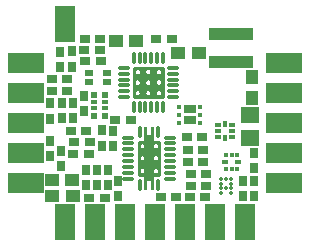
<source format=gts>
G04 DipTrace 2.4.0.2*
%INQiUSBCharger.gts*%
%MOMM*%
%ADD10C,0.25*%
%ADD46R,3.7X0.98*%
%ADD58C,0.165*%
%ADD68C,0.35*%
%ADD80R,0.5X0.3*%
%ADD81R,0.3X0.45*%
%ADD82R,0.3X0.55*%
%ADD86O,1.05X0.33*%
%ADD87O,0.33X1.05*%
%ADD88R,1.0X0.663*%
%ADD89R,0.375X0.35*%
%ADD90R,1.55X1.35*%
%ADD91R,0.75X0.5*%
%ADD92R,0.55X0.3*%
%ADD93R,0.55X0.575*%
%ADD94R,2.05X1.75*%
%ADD96R,1.05X1.15*%
%ADD97R,0.95X0.75*%
%ADD98R,1.15X1.05*%
%ADD99R,0.75X0.95*%
%ADD100R,2.082X1.75*%
%ADD101R,1.65X1.75*%
%ADD102R,1.75X2.05*%
%ADD103R,1.75X1.65*%
%FSLAX53Y53*%
G04*
G71*
G90*
G75*
G01*
%LNTopMask*%
%LPD*%
D103*
X13810Y11270D3*
D102*
Y10000D3*
D101*
X31590Y18890D3*
Y21430D3*
D100*
X32860Y18890D3*
Y21430D3*
D103*
X23970Y11270D3*
D102*
Y10000D3*
D99*
X13542Y20595D3*
Y19295D3*
D98*
X14477Y12732D3*
X12777D3*
X14455Y14071D3*
X12755D3*
D97*
X24477Y14598D3*
X25777D3*
X24489Y13568D3*
X25789D3*
D99*
X12548Y20568D3*
Y19268D3*
D97*
X24212Y16639D3*
X25512D3*
X23225Y12648D3*
X21925D3*
D99*
X14519Y20624D3*
Y19324D3*
X17452Y14912D3*
Y13612D3*
X18358Y12677D3*
Y13977D3*
D97*
X17198Y12559D3*
X15898D3*
D99*
X15612Y14950D3*
Y13650D3*
X16524Y14926D3*
Y13626D3*
D97*
X24232Y15577D3*
X25532D3*
X22870Y26015D3*
X21570D3*
X24381Y12646D3*
X25681D3*
D98*
X25143Y24798D3*
X23443D3*
D97*
X16777Y25053D3*
X15477D3*
D98*
X19876Y25856D3*
X18176D3*
D97*
X14640Y17282D3*
X15940D3*
D99*
X16952Y16958D3*
Y18258D3*
D96*
X29669Y22745D3*
Y21045D3*
D99*
X29859Y16373D3*
Y15073D3*
X29845Y12685D3*
Y13985D3*
X13479Y16525D3*
Y15225D3*
D97*
X14009Y22635D3*
X12709D3*
X13998Y21637D3*
X12698D3*
D103*
X16350Y11270D3*
D102*
Y10000D3*
D103*
X26510Y11270D3*
D102*
Y10000D3*
D46*
X27893Y24021D3*
Y26391D3*
D101*
X11270Y21430D3*
D94*
X10000D3*
D101*
X31590Y16350D3*
D94*
X32860D3*
D103*
X21430Y11270D3*
D102*
Y10000D3*
D101*
X11270Y18890D3*
Y16350D3*
D100*
X10000Y18890D3*
Y16350D3*
D99*
X12563Y17407D3*
Y16107D3*
D97*
X24179Y17701D3*
X25479D3*
D99*
X15473Y21169D3*
Y19869D3*
X17887Y18238D3*
Y16938D3*
D97*
X15609Y18250D3*
X14309D3*
X15837Y16303D3*
X14537D3*
X16807Y25996D3*
X15507D3*
D93*
X16313Y21273D3*
D92*
Y20633D3*
Y20133D3*
D93*
Y19498D3*
X17213D3*
D92*
Y20133D3*
Y20633D3*
D93*
Y21273D3*
D91*
X15865Y23164D3*
Y22364D3*
X17365D3*
Y23164D3*
D97*
X15554Y24102D3*
X16854D3*
D99*
X14432Y24948D3*
Y23648D3*
X28940Y12686D3*
Y13986D3*
D90*
X29479Y17658D3*
Y19558D3*
D101*
X11270Y13810D3*
D94*
X10000D3*
D101*
X31590Y23970D3*
D94*
X32860D3*
D101*
X11270D3*
D94*
X10000D3*
D101*
X31590Y13810D3*
D94*
X32860D3*
D103*
X13810Y26510D3*
D102*
Y27780D3*
D103*
X29050Y11270D3*
D102*
Y10000D3*
D97*
X19386Y19148D3*
X18086D3*
D99*
X13413Y23593D3*
Y24893D3*
D89*
X23474Y20227D3*
Y19577D3*
Y18927D3*
X25304D3*
Y19577D3*
Y20227D3*
D88*
X24389Y20043D3*
Y19111D3*
G36*
X21113Y17861D2*
X21383D1*
Y18581D1*
X21113D1*
Y17861D1*
G37*
G36*
X20544Y13241D2*
X20814D1*
Y13961D1*
X20544D1*
Y13241D1*
G37*
G36*
X21113D2*
X21383D1*
Y13961D1*
X21113D1*
Y13241D1*
G37*
X20117Y16924D2*
D58*
X20118Y16943D1*
X20120Y16961D1*
X20123Y16979D1*
X20128Y16997D1*
X20134Y17015D1*
X20142Y17032D1*
X20150Y17049D1*
X20160Y17065D1*
X20171Y17081D1*
X20183Y17095D1*
X20196Y17109D1*
X20210Y17122D1*
X20225Y17134D1*
X20240Y17145D1*
X20257Y17155D1*
X20274Y17163D1*
X20292Y17171D1*
X20310Y17177D1*
X20329Y17182D1*
X20348Y17186D1*
X20367Y17189D1*
X20387Y17190D1*
X20406D1*
X20426Y17189D1*
X20445Y17186D1*
X20464Y17182D1*
X20483Y17177D1*
X20501Y17171D1*
X20519Y17163D1*
X20536Y17155D1*
X20553Y17145D1*
X20569Y17134D1*
X20583Y17122D1*
X20597Y17109D1*
X20610Y17095D1*
X20622Y17081D1*
X20633Y17065D1*
X20643Y17049D1*
X20652Y17032D1*
X20659Y17015D1*
X20665Y16997D1*
X20670Y16979D1*
X20673Y16961D1*
X20675Y16943D1*
X20676Y16924D1*
X20675Y16905D1*
X20673Y16887D1*
X20670Y16869D1*
X20665Y16851D1*
X20659Y16833D1*
X20652Y16816D1*
X20643Y16799D1*
X20633Y16783D1*
X20622Y16767D1*
X20610Y16753D1*
X20597Y16739D1*
X20583Y16726D1*
X20569Y16714D1*
X20553Y16703D1*
X20536Y16693D1*
X20519Y16685D1*
X20501Y16677D1*
X20483Y16671D1*
X20464Y16665D1*
X20445Y16662D1*
X20426Y16659D1*
X20406Y16658D1*
X20387D1*
X20367Y16659D1*
X20348Y16662D1*
X20329Y16665D1*
X20310Y16671D1*
X20292Y16677D1*
X20274Y16685D1*
X20257Y16693D1*
X20240Y16703D1*
X20225Y16714D1*
X20210Y16726D1*
X20196Y16739D1*
X20183Y16753D1*
X20171Y16767D1*
X20160Y16783D1*
X20150Y16799D1*
X20142Y16816D1*
X20134Y16833D1*
X20128Y16851D1*
X20123Y16869D1*
X20120Y16887D1*
X20118Y16905D1*
X20117Y16924D1*
X21258D2*
Y16943D1*
X21260Y16961D1*
X21264Y16979D1*
X21268Y16997D1*
X21275Y17015D1*
X21282Y17032D1*
X21290Y17049D1*
X21300Y17065D1*
X21311Y17081D1*
X21323Y17095D1*
X21336Y17109D1*
X21350Y17122D1*
X21365Y17134D1*
X21381Y17145D1*
X21397Y17155D1*
X21414Y17163D1*
X21432Y17171D1*
X21451Y17177D1*
X21469Y17182D1*
X21488Y17186D1*
X21508Y17189D1*
X21527Y17190D1*
X21547D1*
X21566Y17189D1*
X21585Y17186D1*
X21604Y17182D1*
X21623Y17177D1*
X21641Y17171D1*
X21659Y17163D1*
X21677Y17155D1*
X21693Y17145D1*
X21709Y17134D1*
X21724Y17122D1*
X21738Y17109D1*
X21751Y17095D1*
X21763Y17081D1*
X21774Y17065D1*
X21783Y17049D1*
X21792Y17032D1*
X21799Y17015D1*
X21805Y16997D1*
X21810Y16979D1*
X21813Y16961D1*
X21815Y16943D1*
X21816Y16924D1*
X21815Y16905D1*
X21813Y16887D1*
X21810Y16869D1*
X21805Y16851D1*
X21799Y16833D1*
X21792Y16816D1*
X21783Y16799D1*
X21774Y16783D1*
X21763Y16767D1*
X21751Y16753D1*
X21738Y16739D1*
X21724Y16726D1*
X21709Y16714D1*
X21693Y16703D1*
X21677Y16693D1*
X21659Y16685D1*
X21641Y16677D1*
X21623Y16671D1*
X21604Y16665D1*
X21585Y16662D1*
X21566Y16659D1*
X21547Y16658D1*
X21527D1*
X21508Y16659D1*
X21488Y16662D1*
X21469Y16665D1*
X21451Y16671D1*
X21432Y16677D1*
X21414Y16685D1*
X21397Y16693D1*
X21381Y16703D1*
X21365Y16714D1*
X21350Y16726D1*
X21336Y16739D1*
X21323Y16753D1*
X21311Y16767D1*
X21300Y16783D1*
X21290Y16799D1*
X21282Y16816D1*
X21275Y16833D1*
X21268Y16851D1*
X21264Y16869D1*
X21260Y16887D1*
X21258Y16905D1*
Y16924D1*
X20063Y14501D2*
D10*
X21833D1*
Y17321D1*
X20063D1*
Y14501D1*
G36*
X20544Y13961D2*
X21383D1*
Y17861D1*
X20544D1*
Y13961D1*
G37*
G36*
Y17861D2*
X20814D1*
Y18581D1*
X20544D1*
Y17861D1*
G37*
G36*
X20023Y16151D2*
X21894D1*
Y16668D1*
X20023D1*
Y16151D1*
G37*
X20117Y15904D2*
D58*
X20118Y15923D1*
X20120Y15941D1*
X20123Y15959D1*
X20128Y15977D1*
X20134Y15995D1*
X20142Y16012D1*
X20150Y16029D1*
X20160Y16045D1*
X20171Y16061D1*
X20183Y16075D1*
X20196Y16089D1*
X20210Y16102D1*
X20225Y16114D1*
X20240Y16125D1*
X20257Y16135D1*
X20274Y16143D1*
X20292Y16151D1*
X20310Y16157D1*
X20329Y16162D1*
X20348Y16166D1*
X20367Y16169D1*
X20387Y16170D1*
X20406D1*
X20426Y16169D1*
X20445Y16166D1*
X20464Y16162D1*
X20483Y16157D1*
X20501Y16151D1*
X20519Y16143D1*
X20536Y16135D1*
X20553Y16125D1*
X20569Y16114D1*
X20583Y16102D1*
X20597Y16089D1*
X20610Y16075D1*
X20622Y16061D1*
X20633Y16045D1*
X20643Y16029D1*
X20652Y16012D1*
X20659Y15995D1*
X20665Y15977D1*
X20670Y15959D1*
X20673Y15941D1*
X20675Y15923D1*
X20676Y15904D1*
X20675Y15885D1*
X20673Y15867D1*
X20670Y15849D1*
X20665Y15831D1*
X20659Y15813D1*
X20652Y15796D1*
X20643Y15779D1*
X20633Y15763D1*
X20622Y15747D1*
X20610Y15733D1*
X20597Y15719D1*
X20583Y15706D1*
X20569Y15694D1*
X20553Y15683D1*
X20536Y15673D1*
X20519Y15664D1*
X20501Y15657D1*
X20483Y15651D1*
X20464Y15645D1*
X20445Y15642D1*
X20426Y15639D1*
X20406Y15638D1*
X20387D1*
X20367Y15639D1*
X20348Y15642D1*
X20329Y15645D1*
X20310Y15651D1*
X20292Y15657D1*
X20274Y15664D1*
X20257Y15673D1*
X20240Y15683D1*
X20225Y15694D1*
X20210Y15706D1*
X20196Y15719D1*
X20183Y15733D1*
X20171Y15747D1*
X20160Y15763D1*
X20150Y15779D1*
X20142Y15796D1*
X20134Y15813D1*
X20128Y15831D1*
X20123Y15849D1*
X20120Y15867D1*
X20118Y15885D1*
X20117Y15904D1*
X21258D2*
Y15923D1*
X21260Y15941D1*
X21264Y15959D1*
X21268Y15977D1*
X21275Y15995D1*
X21282Y16012D1*
X21290Y16029D1*
X21300Y16045D1*
X21311Y16061D1*
X21323Y16075D1*
X21336Y16089D1*
X21350Y16102D1*
X21365Y16114D1*
X21381Y16125D1*
X21397Y16135D1*
X21414Y16143D1*
X21432Y16151D1*
X21451Y16157D1*
X21469Y16162D1*
X21488Y16166D1*
X21508Y16169D1*
X21527Y16170D1*
X21547D1*
X21566Y16169D1*
X21585Y16166D1*
X21604Y16162D1*
X21623Y16157D1*
X21641Y16151D1*
X21659Y16143D1*
X21677Y16135D1*
X21693Y16125D1*
X21709Y16114D1*
X21724Y16102D1*
X21738Y16089D1*
X21751Y16075D1*
X21763Y16061D1*
X21774Y16045D1*
X21783Y16029D1*
X21792Y16012D1*
X21799Y15995D1*
X21805Y15977D1*
X21810Y15959D1*
X21813Y15941D1*
X21815Y15923D1*
X21816Y15904D1*
X21815Y15885D1*
X21813Y15867D1*
X21810Y15849D1*
X21805Y15831D1*
X21799Y15813D1*
X21792Y15796D1*
X21783Y15779D1*
X21774Y15763D1*
X21763Y15747D1*
X21751Y15733D1*
X21738Y15719D1*
X21724Y15706D1*
X21709Y15694D1*
X21693Y15683D1*
X21677Y15673D1*
X21659Y15664D1*
X21641Y15657D1*
X21623Y15651D1*
X21604Y15645D1*
X21585Y15642D1*
X21566Y15639D1*
X21547Y15638D1*
X21527D1*
X21508Y15639D1*
X21488Y15642D1*
X21469Y15645D1*
X21451Y15651D1*
X21432Y15657D1*
X21414Y15664D1*
X21397Y15673D1*
X21381Y15683D1*
X21365Y15694D1*
X21350Y15706D1*
X21336Y15719D1*
X21323Y15733D1*
X21311Y15747D1*
X21300Y15763D1*
X21290Y15779D1*
X21282Y15796D1*
X21275Y15813D1*
X21268Y15831D1*
X21264Y15849D1*
X21260Y15867D1*
X21258Y15885D1*
Y15904D1*
Y14854D2*
Y14873D1*
X21260Y14891D1*
X21264Y14909D1*
X21268Y14928D1*
X21275Y14945D1*
X21282Y14962D1*
X21290Y14979D1*
X21300Y14995D1*
X21311Y15011D1*
X21323Y15025D1*
X21336Y15039D1*
X21350Y15052D1*
X21365Y15064D1*
X21381Y15075D1*
X21397Y15085D1*
X21414Y15094D1*
X21432Y15101D1*
X21451Y15108D1*
X21469Y15113D1*
X21488Y15117D1*
X21508Y15119D1*
X21527Y15121D1*
X21547D1*
X21566Y15119D1*
X21585Y15117D1*
X21604Y15113D1*
X21623Y15108D1*
X21641Y15101D1*
X21659Y15094D1*
X21677Y15085D1*
X21693Y15075D1*
X21709Y15064D1*
X21724Y15052D1*
X21738Y15039D1*
X21751Y15025D1*
X21763Y15011D1*
X21774Y14995D1*
X21783Y14979D1*
X21792Y14962D1*
X21799Y14945D1*
X21805Y14928D1*
X21810Y14909D1*
X21813Y14891D1*
X21815Y14873D1*
X21816Y14854D1*
X21815Y14835D1*
X21813Y14817D1*
X21810Y14799D1*
X21805Y14780D1*
X21799Y14763D1*
X21792Y14746D1*
X21783Y14729D1*
X21774Y14713D1*
X21763Y14697D1*
X21751Y14683D1*
X21738Y14669D1*
X21724Y14656D1*
X21709Y14644D1*
X21693Y14633D1*
X21677Y14623D1*
X21659Y14614D1*
X21641Y14607D1*
X21623Y14600D1*
X21604Y14595D1*
X21585Y14591D1*
X21566Y14589D1*
X21547Y14587D1*
X21527D1*
X21508Y14589D1*
X21488Y14591D1*
X21469Y14595D1*
X21451Y14600D1*
X21432Y14607D1*
X21414Y14614D1*
X21397Y14623D1*
X21381Y14633D1*
X21365Y14644D1*
X21350Y14656D1*
X21336Y14669D1*
X21323Y14683D1*
X21311Y14697D1*
X21300Y14713D1*
X21290Y14729D1*
X21282Y14746D1*
X21275Y14763D1*
X21268Y14780D1*
X21264Y14799D1*
X21260Y14817D1*
X21258Y14835D1*
Y14854D1*
X20117D2*
X20118Y14873D1*
X20120Y14891D1*
X20123Y14909D1*
X20128Y14928D1*
X20134Y14945D1*
X20142Y14962D1*
X20150Y14979D1*
X20160Y14995D1*
X20171Y15011D1*
X20183Y15025D1*
X20196Y15039D1*
X20210Y15052D1*
X20225Y15064D1*
X20240Y15075D1*
X20257Y15085D1*
X20274Y15094D1*
X20292Y15101D1*
X20310Y15108D1*
X20329Y15113D1*
X20348Y15117D1*
X20367Y15119D1*
X20387Y15121D1*
X20406D1*
X20426Y15119D1*
X20445Y15117D1*
X20464Y15113D1*
X20483Y15108D1*
X20501Y15101D1*
X20519Y15094D1*
X20536Y15085D1*
X20553Y15075D1*
X20569Y15064D1*
X20583Y15052D1*
X20597Y15039D1*
X20610Y15025D1*
X20622Y15011D1*
X20633Y14995D1*
X20643Y14979D1*
X20652Y14962D1*
X20659Y14945D1*
X20665Y14928D1*
X20670Y14909D1*
X20673Y14891D1*
X20675Y14873D1*
X20676Y14854D1*
X20675Y14835D1*
X20673Y14817D1*
X20670Y14799D1*
X20665Y14780D1*
X20659Y14763D1*
X20652Y14746D1*
X20643Y14729D1*
X20633Y14713D1*
X20622Y14697D1*
X20610Y14683D1*
X20597Y14669D1*
X20583Y14656D1*
X20569Y14644D1*
X20553Y14633D1*
X20536Y14623D1*
X20519Y14614D1*
X20501Y14607D1*
X20483Y14600D1*
X20464Y14595D1*
X20445Y14591D1*
X20426Y14589D1*
X20406Y14587D1*
X20387D1*
X20367Y14589D1*
X20348Y14591D1*
X20329Y14595D1*
X20310Y14600D1*
X20292Y14607D1*
X20274Y14614D1*
X20257Y14623D1*
X20240Y14633D1*
X20225Y14644D1*
X20210Y14656D1*
X20196Y14669D1*
X20183Y14683D1*
X20171Y14697D1*
X20160Y14713D1*
X20150Y14729D1*
X20142Y14746D1*
X20134Y14763D1*
X20128Y14780D1*
X20123Y14799D1*
X20120Y14817D1*
X20118Y14835D1*
X20117Y14854D1*
G36*
X20053Y15131D2*
X21923D1*
Y15648D1*
X20053D1*
Y15131D1*
G37*
D87*
X21713Y13661D3*
X20213D3*
D86*
X19213Y14161D3*
Y14661D3*
Y15161D3*
Y15661D3*
Y16161D3*
Y16661D3*
Y17161D3*
Y17661D3*
D87*
X20213Y18161D3*
X21713D3*
D86*
X22713Y17661D3*
Y17161D3*
Y16661D3*
Y16161D3*
Y15661D3*
Y15161D3*
Y14661D3*
Y14161D3*
X20628Y23220D2*
D58*
Y23240D1*
X20630Y23259D1*
X20633Y23278D1*
X20638Y23297D1*
X20644Y23316D1*
X20651Y23334D1*
X20659Y23352D1*
X20668Y23368D1*
X20678Y23385D1*
X20690Y23400D1*
X20702Y23414D1*
X20716Y23428D1*
X20730Y23441D1*
X20745Y23452D1*
X20761Y23462D1*
X20777Y23472D1*
X20794Y23479D1*
X20812Y23486D1*
X20830Y23491D1*
X20848Y23496D1*
X20866Y23498D1*
X20885Y23500D1*
X20903D1*
X20922Y23498D1*
X20940Y23496D1*
X20959Y23491D1*
X20977Y23486D1*
X20994Y23479D1*
X21011Y23472D1*
X21027Y23462D1*
X21043Y23452D1*
X21058Y23441D1*
X21073Y23428D1*
X21086Y23414D1*
X21098Y23400D1*
X21110Y23385D1*
X21120Y23368D1*
X21130Y23352D1*
X21138Y23334D1*
X21145Y23316D1*
X21150Y23297D1*
X21155Y23278D1*
X21158Y23259D1*
X21160Y23240D1*
X21161Y23220D1*
X21160Y23201D1*
X21158Y23181D1*
X21155Y23162D1*
X21150Y23143D1*
X21145Y23125D1*
X21138Y23107D1*
X21130Y23089D1*
X21120Y23072D1*
X21110Y23056D1*
X21098Y23041D1*
X21086Y23026D1*
X21073Y23013D1*
X21058Y23000D1*
X21043Y22989D1*
X21027Y22978D1*
X21011Y22969D1*
X20994Y22961D1*
X20977Y22955D1*
X20959Y22949D1*
X20940Y22945D1*
X20922Y22942D1*
X20903Y22941D1*
X20885D1*
X20866Y22942D1*
X20848Y22945D1*
X20830Y22949D1*
X20812Y22955D1*
X20794Y22961D1*
X20777Y22969D1*
X20761Y22978D1*
X20745Y22989D1*
X20730Y23000D1*
X20716Y23013D1*
X20702Y23026D1*
X20690Y23041D1*
X20678Y23056D1*
X20668Y23072D1*
X20659Y23089D1*
X20651Y23107D1*
X20644Y23125D1*
X20638Y23143D1*
X20633Y23162D1*
X20630Y23181D1*
X20628Y23201D1*
Y23220D1*
X21531D2*
Y23240D1*
X21533Y23259D1*
X21537Y23278D1*
X21541Y23297D1*
X21547Y23316D1*
X21554Y23334D1*
X21562Y23352D1*
X21571Y23368D1*
X21582Y23385D1*
X21593Y23400D1*
X21606Y23414D1*
X21619Y23428D1*
X21633Y23441D1*
X21648Y23452D1*
X21664Y23462D1*
X21681Y23472D1*
X21698Y23479D1*
X21715Y23486D1*
X21733Y23491D1*
X21751Y23496D1*
X21770Y23498D1*
X21788Y23500D1*
X21807D1*
X21825Y23498D1*
X21844Y23496D1*
X21862Y23491D1*
X21880Y23486D1*
X21897Y23479D1*
X21914Y23472D1*
X21931Y23462D1*
X21946Y23452D1*
X21962Y23441D1*
X21976Y23428D1*
X21989Y23414D1*
X22002Y23400D1*
X22013Y23385D1*
X22023Y23368D1*
X22033Y23352D1*
X22041Y23334D1*
X22048Y23316D1*
X22054Y23297D1*
X22058Y23278D1*
X22061Y23259D1*
X22063Y23240D1*
X22064Y23220D1*
X22063Y23201D1*
X22061Y23181D1*
X22058Y23162D1*
X22054Y23143D1*
X22048Y23125D1*
X22041Y23107D1*
X22033Y23089D1*
X22023Y23072D1*
X22013Y23056D1*
X22002Y23041D1*
X21989Y23026D1*
X21976Y23013D1*
X21962Y23000D1*
X21946Y22989D1*
X21931Y22978D1*
X21914Y22969D1*
X21897Y22961D1*
X21880Y22955D1*
X21862Y22949D1*
X21844Y22945D1*
X21825Y22942D1*
X21807Y22941D1*
X21788D1*
X21770Y22942D1*
X21751Y22945D1*
X21733Y22949D1*
X21715Y22955D1*
X21698Y22961D1*
X21681Y22969D1*
X21664Y22978D1*
X21648Y22989D1*
X21633Y23000D1*
X21619Y23013D1*
X21606Y23026D1*
X21593Y23041D1*
X21582Y23056D1*
X21571Y23072D1*
X21562Y23089D1*
X21554Y23107D1*
X21547Y23125D1*
X21541Y23143D1*
X21537Y23162D1*
X21533Y23181D1*
X21531Y23201D1*
Y23220D1*
X19721Y22324D2*
Y22343D1*
X19723Y22363D1*
X19727Y22382D1*
X19731Y22401D1*
X19737Y22419D1*
X19744Y22437D1*
X19752Y22455D1*
X19761Y22472D1*
X19772Y22488D1*
X19783Y22503D1*
X19796Y22518D1*
X19809Y22531D1*
X19823Y22544D1*
X19838Y22555D1*
X19854Y22566D1*
X19871Y22575D1*
X19888Y22583D1*
X19905Y22590D1*
X19923Y22595D1*
X19941Y22599D1*
X19960Y22602D1*
X19978Y22603D1*
X19997D1*
X20015Y22602D1*
X20034Y22599D1*
X20052Y22595D1*
X20070Y22590D1*
X20087Y22583D1*
X20104Y22575D1*
X20121Y22566D1*
X20137Y22555D1*
X20152Y22544D1*
X20166Y22531D1*
X20179Y22518D1*
X20192Y22503D1*
X20203Y22488D1*
X20214Y22472D1*
X20223Y22455D1*
X20231Y22437D1*
X20238Y22419D1*
X20244Y22401D1*
X20248Y22382D1*
X20251Y22363D1*
X20253Y22343D1*
X20254Y22324D1*
X20253Y22304D1*
X20251Y22285D1*
X20248Y22266D1*
X20244Y22247D1*
X20238Y22228D1*
X20231Y22210D1*
X20223Y22193D1*
X20214Y22176D1*
X20203Y22159D1*
X20192Y22144D1*
X20179Y22130D1*
X20166Y22116D1*
X20152Y22104D1*
X20137Y22092D1*
X20121Y22082D1*
X20104Y22073D1*
X20087Y22065D1*
X20070Y22058D1*
X20052Y22053D1*
X20034Y22049D1*
X20015Y22046D1*
X19997Y22044D1*
X19978D1*
X19960Y22046D1*
X19941Y22049D1*
X19923Y22053D1*
X19905Y22058D1*
X19888Y22065D1*
X19871Y22073D1*
X19854Y22082D1*
X19838Y22092D1*
X19823Y22104D1*
X19809Y22116D1*
X19796Y22130D1*
X19783Y22144D1*
X19772Y22159D1*
X19761Y22176D1*
X19752Y22193D1*
X19744Y22210D1*
X19737Y22228D1*
X19731Y22247D1*
X19727Y22266D1*
X19723Y22285D1*
X19721Y22304D1*
Y22324D1*
X20621Y22320D2*
Y22340D1*
X20623Y22359D1*
X20627Y22378D1*
X20631Y22397D1*
X20637Y22416D1*
X20644Y22434D1*
X20652Y22452D1*
X20661Y22468D1*
X20672Y22485D1*
X20683Y22500D1*
X20696Y22514D1*
X20709Y22528D1*
X20723Y22540D1*
X20738Y22552D1*
X20754Y22562D1*
X20770Y22571D1*
X20787Y22579D1*
X20805Y22586D1*
X20823Y22591D1*
X20841Y22595D1*
X20859Y22598D1*
X20878Y22599D1*
X20897D1*
X20915Y22598D1*
X20934Y22595D1*
X20952Y22591D1*
X20970Y22586D1*
X20987Y22579D1*
X21004Y22571D1*
X21021Y22562D1*
X21036Y22552D1*
X21051Y22540D1*
X21066Y22528D1*
X21079Y22514D1*
X21092Y22500D1*
X21103Y22485D1*
X21113Y22468D1*
X21123Y22452D1*
X21131Y22434D1*
X21138Y22416D1*
X21144Y22397D1*
X21148Y22378D1*
X21151Y22359D1*
X21153Y22340D1*
X21154Y22320D1*
X21153Y22301D1*
X21151Y22282D1*
X21148Y22262D1*
X21144Y22243D1*
X21138Y22225D1*
X21131Y22207D1*
X21123Y22189D1*
X21113Y22172D1*
X21103Y22156D1*
X21092Y22141D1*
X21079Y22126D1*
X21066Y22113D1*
X21051Y22100D1*
X21036Y22089D1*
X21021Y22079D1*
X21004Y22069D1*
X20987Y22062D1*
X20970Y22055D1*
X20952Y22049D1*
X20934Y22045D1*
X20915Y22043D1*
X20897Y22041D1*
X20878D1*
X20859Y22043D1*
X20841Y22045D1*
X20823Y22049D1*
X20805Y22055D1*
X20787Y22062D1*
X20770Y22069D1*
X20754Y22079D1*
X20738Y22089D1*
X20723Y22100D1*
X20709Y22113D1*
X20696Y22126D1*
X20683Y22141D1*
X20672Y22156D1*
X20661Y22172D1*
X20652Y22189D1*
X20644Y22207D1*
X20637Y22225D1*
X20631Y22243D1*
X20627Y22262D1*
X20623Y22282D1*
X20621Y22301D1*
Y22320D1*
X20631D2*
X20632Y22340D1*
X20634Y22359D1*
X20637Y22378D1*
X20641Y22397D1*
X20647Y22416D1*
X20654Y22434D1*
X20662Y22452D1*
X20671Y22468D1*
X20682Y22485D1*
X20693Y22500D1*
X20706Y22514D1*
X20719Y22528D1*
X20733Y22540D1*
X20748Y22552D1*
X20764Y22562D1*
X20781Y22571D1*
X20798Y22579D1*
X20815Y22586D1*
X20833Y22591D1*
X20851Y22595D1*
X20870Y22598D1*
X20888Y22599D1*
X20907D1*
X20925Y22598D1*
X20944Y22595D1*
X20962Y22591D1*
X20980Y22586D1*
X20997Y22579D1*
X21014Y22571D1*
X21031Y22562D1*
X21047Y22552D1*
X21062Y22540D1*
X21076Y22528D1*
X21089Y22514D1*
X21102Y22500D1*
X21113Y22485D1*
X21124Y22468D1*
X21133Y22452D1*
X21141Y22434D1*
X21148Y22416D1*
X21154Y22397D1*
X21158Y22378D1*
X21162Y22359D1*
X21163Y22340D1*
X21164Y22320D1*
X21163Y22301D1*
X21162Y22282D1*
X21158Y22262D1*
X21154Y22243D1*
X21148Y22225D1*
X21141Y22207D1*
X21133Y22189D1*
X21124Y22172D1*
X21113Y22156D1*
X21102Y22141D1*
X21089Y22126D1*
X21076Y22113D1*
X21062Y22100D1*
X21047Y22089D1*
X21031Y22079D1*
X21014Y22069D1*
X20997Y22062D1*
X20980Y22055D1*
X20962Y22049D1*
X20944Y22045D1*
X20925Y22043D1*
X20907Y22041D1*
X20888D1*
X20870Y22043D1*
X20851Y22045D1*
X20833Y22049D1*
X20815Y22055D1*
X20798Y22062D1*
X20781Y22069D1*
X20764Y22079D1*
X20748Y22089D1*
X20733Y22100D1*
X20719Y22113D1*
X20706Y22126D1*
X20693Y22141D1*
X20682Y22156D1*
X20671Y22172D1*
X20662Y22189D1*
X20654Y22207D1*
X20647Y22225D1*
X20641Y22243D1*
X20637Y22262D1*
X20634Y22282D1*
X20632Y22301D1*
X20631Y22320D1*
X21527Y22327D2*
X21528Y22347D1*
X21530Y22366D1*
X21533Y22385D1*
X21538Y22404D1*
X21543Y22423D1*
X21550Y22441D1*
X21559Y22458D1*
X21568Y22475D1*
X21578Y22491D1*
X21590Y22507D1*
X21602Y22521D1*
X21616Y22535D1*
X21630Y22547D1*
X21645Y22559D1*
X21661Y22569D1*
X21677Y22578D1*
X21694Y22586D1*
X21712Y22593D1*
X21729Y22598D1*
X21748Y22602D1*
X21766Y22605D1*
X21785Y22606D1*
X21803D1*
X21822Y22605D1*
X21840Y22602D1*
X21858Y22598D1*
X21876Y22593D1*
X21894Y22586D1*
X21911Y22578D1*
X21927Y22569D1*
X21943Y22559D1*
X21958Y22547D1*
X21972Y22535D1*
X21986Y22521D1*
X21998Y22507D1*
X22010Y22491D1*
X22020Y22475D1*
X22029Y22458D1*
X22038Y22441D1*
X22045Y22423D1*
X22050Y22404D1*
X22055Y22385D1*
X22058Y22366D1*
X22060Y22347D1*
X22061Y22327D1*
X22060Y22308D1*
X22058Y22288D1*
X22055Y22269D1*
X22050Y22250D1*
X22045Y22232D1*
X22038Y22213D1*
X22029Y22196D1*
X22020Y22179D1*
X22010Y22163D1*
X21998Y22148D1*
X21986Y22133D1*
X21972Y22120D1*
X21958Y22107D1*
X21943Y22096D1*
X21927Y22085D1*
X21911Y22076D1*
X21894Y22068D1*
X21876Y22061D1*
X21858Y22056D1*
X21840Y22052D1*
X21822Y22049D1*
X21803Y22048D1*
X21785D1*
X21766Y22049D1*
X21748Y22052D1*
X21729Y22056D1*
X21712Y22061D1*
X21694Y22068D1*
X21677Y22076D1*
X21661Y22085D1*
X21645Y22096D1*
X21630Y22107D1*
X21616Y22120D1*
X21602Y22133D1*
X21590Y22148D1*
X21578Y22163D1*
X21568Y22179D1*
X21559Y22196D1*
X21550Y22213D1*
X21543Y22232D1*
X21538Y22250D1*
X21533Y22269D1*
X21530Y22288D1*
X21528Y22308D1*
X21527Y22327D1*
X20624Y21420D2*
X20625Y21440D1*
X20627Y21459D1*
X20630Y21478D1*
X20634Y21497D1*
X20640Y21516D1*
X20647Y21534D1*
X20655Y21551D1*
X20665Y21568D1*
X20675Y21584D1*
X20686Y21600D1*
X20699Y21614D1*
X20712Y21628D1*
X20727Y21640D1*
X20742Y21652D1*
X20757Y21662D1*
X20774Y21671D1*
X20791Y21679D1*
X20808Y21686D1*
X20826Y21691D1*
X20844Y21695D1*
X20863Y21698D1*
X20881Y21699D1*
X20900D1*
X20919Y21698D1*
X20937Y21695D1*
X20955Y21691D1*
X20973Y21686D1*
X20991Y21679D1*
X21008Y21671D1*
X21024Y21662D1*
X21040Y21652D1*
X21055Y21640D1*
X21069Y21628D1*
X21083Y21614D1*
X21095Y21600D1*
X21106Y21584D1*
X21117Y21568D1*
X21126Y21551D1*
X21134Y21534D1*
X21141Y21516D1*
X21147Y21497D1*
X21152Y21478D1*
X21155Y21459D1*
X21157Y21440D1*
Y21420D1*
Y21401D1*
X21155Y21381D1*
X21152Y21362D1*
X21147Y21343D1*
X21141Y21325D1*
X21134Y21307D1*
X21126Y21289D1*
X21117Y21272D1*
X21106Y21256D1*
X21095Y21241D1*
X21083Y21226D1*
X21069Y21213D1*
X21055Y21200D1*
X21040Y21189D1*
X21024Y21178D1*
X21008Y21169D1*
X20991Y21161D1*
X20973Y21155D1*
X20955Y21149D1*
X20937Y21145D1*
X20919Y21143D1*
X20900Y21141D1*
X20881D1*
X20863Y21143D1*
X20844Y21145D1*
X20826Y21149D1*
X20808Y21155D1*
X20791Y21161D1*
X20774Y21169D1*
X20757Y21178D1*
X20742Y21189D1*
X20727Y21200D1*
X20712Y21213D1*
X20699Y21226D1*
X20686Y21241D1*
X20675Y21256D1*
X20665Y21272D1*
X20655Y21289D1*
X20647Y21307D1*
X20640Y21325D1*
X20634Y21343D1*
X20630Y21362D1*
X20627Y21381D1*
X20625Y21401D1*
X20624Y21420D1*
X19728D2*
Y21440D1*
X19730Y21459D1*
X19733Y21478D1*
X19738Y21497D1*
X19744Y21516D1*
X19751Y21534D1*
X19759Y21551D1*
X19768Y21568D1*
X19779Y21584D1*
X19790Y21600D1*
X19802Y21614D1*
X19816Y21628D1*
X19830Y21640D1*
X19845Y21652D1*
X19861Y21662D1*
X19877Y21671D1*
X19894Y21679D1*
X19912Y21686D1*
X19930Y21691D1*
X19948Y21695D1*
X19966Y21698D1*
X19985Y21699D1*
X20004D1*
X20022Y21698D1*
X20041Y21695D1*
X20059Y21691D1*
X20077Y21686D1*
X20094Y21679D1*
X20111Y21671D1*
X20128Y21662D1*
X20143Y21652D1*
X20158Y21640D1*
X20173Y21628D1*
X20186Y21614D1*
X20198Y21600D1*
X20210Y21584D1*
X20220Y21568D1*
X20230Y21551D1*
X20238Y21534D1*
X20245Y21516D1*
X20251Y21497D1*
X20255Y21478D1*
X20258Y21459D1*
X20260Y21440D1*
X20261Y21420D1*
X20260Y21401D1*
X20258Y21381D1*
X20255Y21362D1*
X20251Y21343D1*
X20245Y21325D1*
X20238Y21307D1*
X20230Y21289D1*
X20220Y21272D1*
X20210Y21256D1*
X20198Y21241D1*
X20186Y21226D1*
X20173Y21213D1*
X20158Y21200D1*
X20143Y21189D1*
X20128Y21178D1*
X20111Y21169D1*
X20094Y21161D1*
X20077Y21155D1*
X20059Y21149D1*
X20041Y21145D1*
X20022Y21143D1*
X20004Y21141D1*
X19985D1*
X19966Y21143D1*
X19948Y21145D1*
X19930Y21149D1*
X19912Y21155D1*
X19894Y21161D1*
X19877Y21169D1*
X19861Y21178D1*
X19845Y21189D1*
X19830Y21200D1*
X19816Y21213D1*
X19802Y21226D1*
X19790Y21241D1*
X19779Y21256D1*
X19768Y21272D1*
X19759Y21289D1*
X19751Y21307D1*
X19744Y21325D1*
X19738Y21343D1*
X19733Y21362D1*
X19730Y21381D1*
X19728Y21401D1*
Y21420D1*
X21531D2*
Y21440D1*
X21533Y21459D1*
X21537Y21478D1*
X21541Y21497D1*
X21547Y21516D1*
X21554Y21534D1*
X21562Y21551D1*
X21571Y21568D1*
X21582Y21584D1*
X21593Y21600D1*
X21606Y21614D1*
X21619Y21628D1*
X21633Y21640D1*
X21648Y21652D1*
X21664Y21662D1*
X21681Y21671D1*
X21698Y21679D1*
X21715Y21686D1*
X21733Y21691D1*
X21751Y21695D1*
X21770Y21698D1*
X21788Y21699D1*
X21807D1*
X21825Y21698D1*
X21844Y21695D1*
X21862Y21691D1*
X21880Y21686D1*
X21897Y21679D1*
X21914Y21671D1*
X21931Y21662D1*
X21946Y21652D1*
X21962Y21640D1*
X21976Y21628D1*
X21989Y21614D1*
X22002Y21600D1*
X22013Y21584D1*
X22023Y21568D1*
X22033Y21551D1*
X22041Y21534D1*
X22048Y21516D1*
X22054Y21497D1*
X22058Y21478D1*
X22061Y21459D1*
X22063Y21440D1*
X22064Y21420D1*
X22063Y21401D1*
X22061Y21381D1*
X22058Y21362D1*
X22054Y21343D1*
X22048Y21325D1*
X22041Y21307D1*
X22033Y21289D1*
X22023Y21272D1*
X22013Y21256D1*
X22002Y21241D1*
X21989Y21226D1*
X21976Y21213D1*
X21962Y21200D1*
X21946Y21189D1*
X21931Y21178D1*
X21914Y21169D1*
X21897Y21161D1*
X21880Y21155D1*
X21862Y21149D1*
X21844Y21145D1*
X21825Y21143D1*
X21807Y21141D1*
X21788D1*
X21770Y21143D1*
X21751Y21145D1*
X21733Y21149D1*
X21715Y21155D1*
X21698Y21161D1*
X21681Y21169D1*
X21664Y21178D1*
X21648Y21189D1*
X21633Y21200D1*
X21619Y21213D1*
X21606Y21226D1*
X21593Y21241D1*
X21582Y21256D1*
X21571Y21272D1*
X21562Y21289D1*
X21554Y21307D1*
X21547Y21325D1*
X21541Y21343D1*
X21537Y21362D1*
X21533Y21381D1*
X21531Y21401D1*
Y21420D1*
X19638Y23591D2*
D10*
X22128D1*
Y21064D1*
X19638D1*
Y23591D1*
G36*
X20231Y23530D2*
X20711D1*
Y21147D1*
X20231D1*
Y23530D1*
G37*
G36*
X19674Y22124D2*
X22151D1*
Y21657D1*
X19674D1*
Y22124D1*
G37*
G36*
X19691Y22984D2*
X22051D1*
Y22517D1*
X19691D1*
Y22984D1*
G37*
G36*
X21121Y23624D2*
X21594D1*
Y21154D1*
X21121D1*
Y23624D1*
G37*
X19754Y23207D2*
D58*
X19755Y23227D1*
X19757Y23246D1*
X19760Y23265D1*
X19765Y23284D1*
X19770Y23303D1*
X19777Y23321D1*
X19785Y23338D1*
X19795Y23355D1*
X19805Y23371D1*
X19817Y23387D1*
X19829Y23401D1*
X19842Y23415D1*
X19857Y23427D1*
X19872Y23439D1*
X19888Y23449D1*
X19904Y23458D1*
X19921Y23466D1*
X19938Y23473D1*
X19956Y23478D1*
X19975Y23482D1*
X19993Y23485D1*
X20012Y23486D1*
X20030D1*
X20049Y23485D1*
X20067Y23482D1*
X20085Y23478D1*
X20103Y23473D1*
X20121Y23466D1*
X20138Y23458D1*
X20154Y23449D1*
X20170Y23439D1*
X20185Y23427D1*
X20199Y23415D1*
X20213Y23401D1*
X20225Y23387D1*
X20237Y23371D1*
X20247Y23355D1*
X20256Y23338D1*
X20264Y23321D1*
X20271Y23303D1*
X20277Y23284D1*
X20282Y23265D1*
X20285Y23246D1*
X20287Y23227D1*
X20288Y23207D1*
X20287Y23188D1*
X20285Y23168D1*
X20282Y23149D1*
X20277Y23130D1*
X20271Y23111D1*
X20264Y23093D1*
X20256Y23076D1*
X20247Y23059D1*
X20237Y23043D1*
X20225Y23027D1*
X20213Y23013D1*
X20199Y22999D1*
X20185Y22987D1*
X20170Y22975D1*
X20154Y22965D1*
X20138Y22956D1*
X20121Y22948D1*
X20103Y22941D1*
X20085Y22936D1*
X20067Y22932D1*
X20049Y22929D1*
X20030Y22928D1*
X20012D1*
X19993Y22929D1*
X19975Y22932D1*
X19956Y22936D1*
X19938Y22941D1*
X19921Y22948D1*
X19904Y22956D1*
X19888Y22965D1*
X19872Y22975D1*
X19857Y22987D1*
X19842Y22999D1*
X19829Y23013D1*
X19817Y23027D1*
X19805Y23043D1*
X19795Y23059D1*
X19785Y23076D1*
X19777Y23093D1*
X19770Y23111D1*
X19765Y23130D1*
X19760Y23149D1*
X19757Y23168D1*
X19755Y23188D1*
X19754Y23207D1*
D86*
X18848Y23574D3*
Y23074D3*
Y22574D3*
Y22074D3*
Y21574D3*
Y21074D3*
D87*
X19648Y20274D3*
X20148D3*
X20648D3*
X21148D3*
X21648D3*
X22148D3*
D86*
X22948Y21074D3*
Y21574D3*
Y22074D3*
Y22574D3*
Y23074D3*
Y23574D3*
D87*
X22148Y24374D3*
X21648D3*
X21148D3*
X20648D3*
X20148D3*
X19648D3*
D68*
X27084Y12967D3*
X27884D3*
X27084Y13367D3*
X27484D3*
X27884D3*
X27084Y13767D3*
X27884D3*
X27084Y14167D3*
X27484D3*
X27884D3*
D92*
X27996Y17729D3*
Y18229D3*
Y18729D3*
D82*
X27396Y18829D3*
D92*
X26796Y18729D3*
Y18229D3*
Y17729D3*
D82*
X27396Y17629D3*
D81*
X28440Y16205D3*
X27940D3*
X27440D3*
D80*
X27365Y15600D3*
D81*
X27440Y14995D3*
X27940D3*
X28440D3*
D80*
X28515Y15600D3*
D103*
X18890Y11270D3*
D102*
Y10000D3*
M02*

</source>
